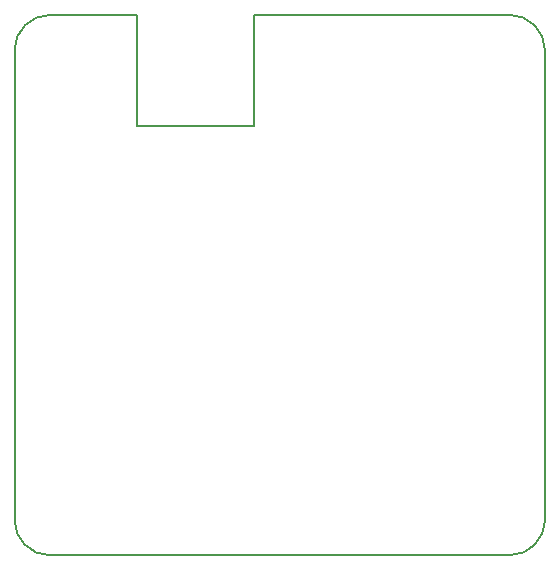
<source format=gm1>
G04 #@! TF.GenerationSoftware,KiCad,Pcbnew,(5.0.0)*
G04 #@! TF.CreationDate,2018-11-03T21:44:44-02:30*
G04 #@! TF.ProjectId,Maestro Adapter,4D61657374726F20416461707465722E,6*
G04 #@! TF.SameCoordinates,Original*
G04 #@! TF.FileFunction,Profile,NP*
%FSLAX46Y46*%
G04 Gerber Fmt 4.6, Leading zero omitted, Abs format (unit mm)*
G04 Created by KiCad (PCBNEW (5.0.0)) date 11/03/18 21:44:44*
%MOMM*%
%LPD*%
G01*
G04 APERTURE LIST*
%ADD10C,0.200000*%
G04 APERTURE END LIST*
D10*
X112920000Y-168270000D02*
G75*
G03X115920000Y-165270000I0J3000000D01*
G01*
X71000000Y-165270000D02*
G75*
G03X74000000Y-168270000I3000000J0D01*
G01*
X74000000Y-122520000D02*
G75*
G03X71000000Y-125520000I0J-3000000D01*
G01*
X115920000Y-125520000D02*
G75*
G03X112920000Y-122520000I-3000000J0D01*
G01*
X91290000Y-122520000D02*
X112920000Y-122520000D01*
X81390000Y-122520000D02*
X74000000Y-122520000D01*
X91290000Y-131930000D02*
X91290000Y-122520000D01*
X81390000Y-131930000D02*
X91290000Y-131930000D01*
X81390000Y-122520000D02*
X81390000Y-131930000D01*
X71000000Y-165270000D02*
X71000000Y-125520000D01*
X112920000Y-168270000D02*
X74000000Y-168270000D01*
X115920000Y-125520000D02*
X115920000Y-165270000D01*
M02*

</source>
